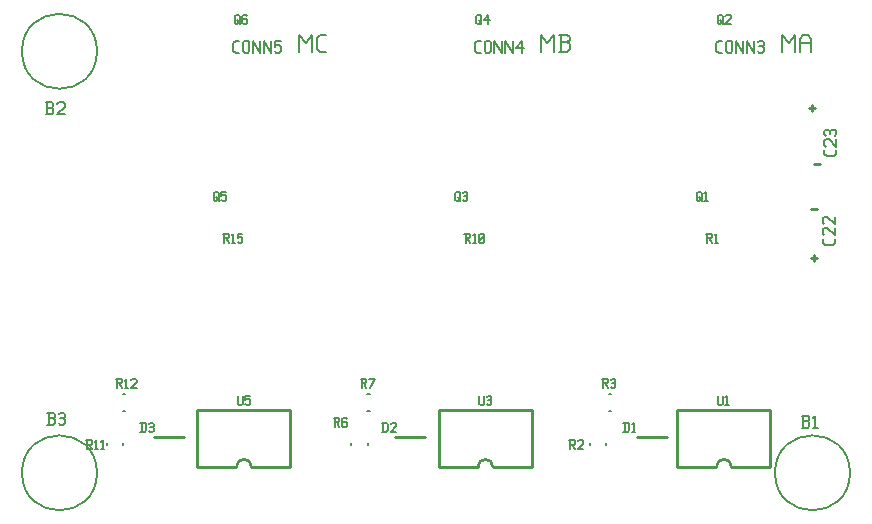
<source format=gbr>
G04 start of page 10 for group -4079 idx -4079 *
G04 Title: power, topsilk *
G04 Creator: pcb 20140316 *
G04 CreationDate: Tue 06 Jun 2017 06:55:07 AM GMT UTC *
G04 For: brian *
G04 Format: Gerber/RS-274X *
G04 PCB-Dimensions (mil): 6000.00 5000.00 *
G04 PCB-Coordinate-Origin: lower left *
%MOIN*%
%FSLAX25Y25*%
%LNTOPSILK*%
%ADD120C,0.0080*%
%ADD119C,0.0100*%
G54D119*X341000Y404000D02*X343000D01*
X342000Y405000D02*Y403000D01*
X341500Y354000D02*X343500D01*
X342500Y355000D02*Y353000D01*
Y385500D02*X344500D01*
X341500Y370500D02*X343500D01*
G54D120*X332000Y428580D02*Y422900D01*
Y428580D02*X334130Y425740D01*
X336260Y428580D01*
Y422900D01*
X337964Y427160D02*Y422900D01*
Y427160D02*X338958Y428580D01*
X340520D01*
X341514Y427160D01*
Y422900D01*
X337964Y425740D02*X341514D01*
X251500Y428580D02*Y422900D01*
Y428580D02*X253630Y425740D01*
X255760Y428580D01*
Y422900D01*
X257464D02*X260304D01*
X261014Y423610D01*
Y425314D02*Y423610D01*
X260304Y426024D02*X261014Y425314D01*
X258174Y426024D02*X260304D01*
X258174Y428580D02*Y422900D01*
X257464Y428580D02*X260304D01*
X261014Y427870D01*
Y426734D01*
X260304Y426024D02*X261014Y426734D01*
X171000Y428580D02*Y422900D01*
Y428580D02*X173130Y425740D01*
X175260Y428580D01*
Y422900D01*
X177958D02*X179804D01*
X176964Y423894D02*X177958Y422900D01*
X176964Y427586D02*Y423894D01*
Y427586D02*X177958Y428580D01*
X179804D01*
X274107Y303245D02*X274893D01*
X274107Y308755D02*X274893D01*
X267745Y292393D02*Y291607D01*
X273255Y292393D02*Y291607D01*
G54D119*X283500Y294600D02*X293500D01*
X328000Y303500D02*Y284500D01*
X297000Y303500D02*X328000D01*
X297000D02*Y284500D01*
X315000D02*X328000D01*
X297000D02*X310000D01*
X315000D02*G75*G03X310000Y284500I-2500J0D01*G01*
G54D120*X329500Y282500D02*G75*G03X329500Y282500I12500J0D01*G01*
G54D119*X248500Y303500D02*Y284500D01*
X217500Y303500D02*X248500D01*
X217500D02*Y284500D01*
X235500D02*X248500D01*
X217500D02*X230500D01*
X235500D02*G75*G03X230500Y284500I-2500J0D01*G01*
G54D120*X78500Y423000D02*G75*G03X78500Y423000I12500J0D01*G01*
X193607Y303245D02*X194393D01*
X193607Y308755D02*X194393D01*
G54D119*X203000Y294600D02*X213000D01*
G54D120*X188245Y292393D02*Y291607D01*
X193755Y292393D02*Y291607D01*
X112107Y303245D02*X112893D01*
X112107Y308755D02*X112893D01*
X106745Y292393D02*Y291607D01*
X112255Y292393D02*Y291607D01*
G54D119*X122500Y294600D02*X132500D01*
G54D120*X78500Y282500D02*G75*G03X78500Y282500I12500J0D01*G01*
G54D119*X168000Y303500D02*Y284500D01*
X137000Y303500D02*X168000D01*
X137000D02*Y284500D01*
X155000D02*X168000D01*
X137000D02*X150000D01*
X155000D02*G75*G03X150000Y284500I-2500J0D01*G01*
G54D120*X279385Y299230D02*Y296150D01*
X280386Y299230D02*X280925Y298691D01*
Y296689D01*
X280386Y296150D02*X280925Y296689D01*
X279000Y296150D02*X280386D01*
X279000Y299230D02*X280386D01*
X281849Y298614D02*X282465Y299230D01*
Y296150D01*
X281849D02*X283004D01*
X310500Y308230D02*Y305535D01*
X310885Y305150D01*
X311655D01*
X312040Y305535D01*
Y308230D02*Y305535D01*
X312964Y307614D02*X313580Y308230D01*
Y305150D01*
X312964D02*X314119D01*
X338500Y297500D02*X340500D01*
X341000Y298000D01*
Y299200D02*Y298000D01*
X340500Y299700D02*X341000Y299200D01*
X339000Y299700D02*X340500D01*
X339000Y301500D02*Y297500D01*
X338500Y301500D02*X340500D01*
X341000Y301000D01*
Y300200D01*
X340500Y299700D02*X341000Y300200D01*
X342200Y300700D02*X343000Y301500D01*
Y297500D01*
X342200D02*X343700D01*
X310500Y434845D02*Y432535D01*
Y434845D02*X310885Y435230D01*
X311655D01*
X312040Y434845D01*
Y432920D01*
X311270Y432150D02*X312040Y432920D01*
X310885Y432150D02*X311270D01*
X310500Y432535D02*X310885Y432150D01*
X311270Y433305D02*X312040Y432150D01*
X312964Y434845D02*X313349Y435230D01*
X314504D01*
X314889Y434845D01*
Y434075D01*
X312964Y432150D02*X314889Y434075D01*
X312964Y432150D02*X314889D01*
X303500Y375845D02*Y373535D01*
Y375845D02*X303885Y376230D01*
X304655D01*
X305040Y375845D01*
Y373920D01*
X304270Y373150D02*X305040Y373920D01*
X303885Y373150D02*X304270D01*
X303500Y373535D02*X303885Y373150D01*
X304270Y374305D02*X305040Y373150D01*
X305964Y375614D02*X306580Y376230D01*
Y373150D01*
X305964D02*X307119D01*
X310700Y422500D02*X312000D01*
X310000Y423200D02*X310700Y422500D01*
X310000Y425800D02*Y423200D01*
Y425800D02*X310700Y426500D01*
X312000D01*
X313200Y426000D02*Y423000D01*
Y426000D02*X313700Y426500D01*
X314700D01*
X315200Y426000D01*
Y423000D01*
X314700Y422500D02*X315200Y423000D01*
X313700Y422500D02*X314700D01*
X313200Y423000D02*X313700Y422500D01*
X316400Y426500D02*Y422500D01*
Y426500D02*X318900Y422500D01*
Y426500D02*Y422500D01*
X320100Y426500D02*Y422500D01*
Y426500D02*X322600Y422500D01*
Y426500D02*Y422500D01*
X323800Y426000D02*X324300Y426500D01*
X325300D01*
X325800Y426000D01*
X325300Y422500D02*X325800Y423000D01*
X324300Y422500D02*X325300D01*
X323800Y423000D02*X324300Y422500D01*
Y424700D02*X325300D01*
X325800Y426000D02*Y425200D01*
Y424200D02*Y423000D01*
Y424200D02*X325300Y424700D01*
X325800Y425200D02*X325300Y424700D01*
X350000Y390000D02*Y388700D01*
X349300Y388000D02*X350000Y388700D01*
X346700Y388000D02*X349300D01*
X346700D02*X346000Y388700D01*
Y390000D02*Y388700D01*
X346500Y391200D02*X346000Y391700D01*
Y393200D02*Y391700D01*
Y393200D02*X346500Y393700D01*
X347500D01*
X350000Y391200D02*X347500Y393700D01*
X350000D02*Y391200D01*
X346500Y394900D02*X346000Y395400D01*
Y396400D02*Y395400D01*
Y396400D02*X346500Y396900D01*
X350000Y396400D02*X349500Y396900D01*
X350000Y396400D02*Y395400D01*
X349500Y394900D02*X350000Y395400D01*
X347800Y396400D02*Y395400D01*
X346500Y396900D02*X347300D01*
X348300D02*X349500D01*
X348300D02*X347800Y396400D01*
X347300Y396900D02*X347800Y396400D01*
X306500Y362230D02*X308040D01*
X308425Y361845D01*
Y361075D01*
X308040Y360690D02*X308425Y361075D01*
X306885Y360690D02*X308040D01*
X306885Y362230D02*Y359150D01*
X307501Y360690D02*X308425Y359150D01*
X309349Y361614D02*X309965Y362230D01*
Y359150D01*
X309349D02*X310504D01*
X145500Y362230D02*X147040D01*
X147425Y361845D01*
Y361075D01*
X147040Y360690D02*X147425Y361075D01*
X145885Y360690D02*X147040D01*
X145885Y362230D02*Y359150D01*
X146501Y360690D02*X147425Y359150D01*
X148349Y361614D02*X148965Y362230D01*
Y359150D01*
X148349D02*X149504D01*
X150428Y362230D02*X151968D01*
X150428D02*Y360690D01*
X150813Y361075D01*
X151583D01*
X151968Y360690D01*
Y359535D01*
X151583Y359150D02*X151968Y359535D01*
X150813Y359150D02*X151583D01*
X150428Y359535D02*X150813Y359150D01*
X349500Y360500D02*Y359200D01*
X348800Y358500D02*X349500Y359200D01*
X346200Y358500D02*X348800D01*
X346200D02*X345500Y359200D01*
Y360500D02*Y359200D01*
X346000Y361700D02*X345500Y362200D01*
Y363700D02*Y362200D01*
Y363700D02*X346000Y364200D01*
X347000D01*
X349500Y361700D02*X347000Y364200D01*
X349500D02*Y361700D01*
X346000Y365400D02*X345500Y365900D01*
Y367400D02*Y365900D01*
Y367400D02*X346000Y367900D01*
X347000D01*
X349500Y365400D02*X347000Y367900D01*
X349500D02*Y365400D01*
X142500Y375845D02*Y373535D01*
Y375845D02*X142885Y376230D01*
X143655D01*
X144040Y375845D01*
Y373920D01*
X143270Y373150D02*X144040Y373920D01*
X142885Y373150D02*X143270D01*
X142500Y373535D02*X142885Y373150D01*
X143270Y374305D02*X144040Y373150D01*
X144964Y376230D02*X146504D01*
X144964D02*Y374690D01*
X145349Y375075D01*
X146119D01*
X146504Y374690D01*
Y373535D01*
X146119Y373150D02*X146504Y373535D01*
X145349Y373150D02*X146119D01*
X144964Y373535D02*X145349Y373150D01*
X230000Y434845D02*Y432535D01*
Y434845D02*X230385Y435230D01*
X231155D01*
X231540Y434845D01*
Y432920D01*
X230770Y432150D02*X231540Y432920D01*
X230385Y432150D02*X230770D01*
X230000Y432535D02*X230385Y432150D01*
X230770Y433305D02*X231540Y432150D01*
X232464Y433305D02*X234004Y435230D01*
X232464Y433305D02*X234389D01*
X234004Y435230D02*Y432150D01*
X230200Y422500D02*X231500D01*
X229500Y423200D02*X230200Y422500D01*
X229500Y425800D02*Y423200D01*
Y425800D02*X230200Y426500D01*
X231500D01*
X232700Y426000D02*Y423000D01*
Y426000D02*X233200Y426500D01*
X234200D01*
X234700Y426000D01*
Y423000D01*
X234200Y422500D02*X234700Y423000D01*
X233200Y422500D02*X234200D01*
X232700Y423000D02*X233200Y422500D01*
X235900Y426500D02*Y422500D01*
Y426500D02*X238400Y422500D01*
Y426500D02*Y422500D01*
X239600Y426500D02*Y422500D01*
Y426500D02*X242100Y422500D01*
Y426500D02*Y422500D01*
X243300Y424000D02*X245300Y426500D01*
X243300Y424000D02*X245800D01*
X245300Y426500D02*Y422500D01*
X149500Y434845D02*Y432535D01*
Y434845D02*X149885Y435230D01*
X150655D01*
X151040Y434845D01*
Y432920D01*
X150270Y432150D02*X151040Y432920D01*
X149885Y432150D02*X150270D01*
X149500Y432535D02*X149885Y432150D01*
X150270Y433305D02*X151040Y432150D01*
X153119Y435230D02*X153504Y434845D01*
X152349Y435230D02*X153119D01*
X151964Y434845D02*X152349Y435230D01*
X151964Y434845D02*Y432535D01*
X152349Y432150D01*
X153119Y433844D02*X153504Y433459D01*
X151964Y433844D02*X153119D01*
X152349Y432150D02*X153119D01*
X153504Y432535D01*
Y433459D02*Y432535D01*
X149700Y422500D02*X151000D01*
X149000Y423200D02*X149700Y422500D01*
X149000Y425800D02*Y423200D01*
Y425800D02*X149700Y426500D01*
X151000D01*
X152200Y426000D02*Y423000D01*
Y426000D02*X152700Y426500D01*
X153700D01*
X154200Y426000D01*
Y423000D01*
X153700Y422500D02*X154200Y423000D01*
X152700Y422500D02*X153700D01*
X152200Y423000D02*X152700Y422500D01*
X155400Y426500D02*Y422500D01*
Y426500D02*X157900Y422500D01*
Y426500D02*Y422500D01*
X159100Y426500D02*Y422500D01*
Y426500D02*X161600Y422500D01*
Y426500D02*Y422500D01*
X162800Y426500D02*X164800D01*
X162800D02*Y424500D01*
X163300Y425000D01*
X164300D01*
X164800Y424500D01*
Y423000D01*
X164300Y422500D02*X164800Y423000D01*
X163300Y422500D02*X164300D01*
X162800Y423000D02*X163300Y422500D01*
X86500Y402000D02*X88500D01*
X89000Y402500D01*
Y403700D02*Y402500D01*
X88500Y404200D02*X89000Y403700D01*
X87000Y404200D02*X88500D01*
X87000Y406000D02*Y402000D01*
X86500Y406000D02*X88500D01*
X89000Y405500D01*
Y404700D01*
X88500Y404200D02*X89000Y404700D01*
X90200Y405500D02*X90700Y406000D01*
X92200D01*
X92700Y405500D01*
Y404500D01*
X90200Y402000D02*X92700Y404500D01*
X90200Y402000D02*X92700D01*
X223000Y375845D02*Y373535D01*
Y375845D02*X223385Y376230D01*
X224155D01*
X224540Y375845D01*
Y373920D01*
X223770Y373150D02*X224540Y373920D01*
X223385Y373150D02*X223770D01*
X223000Y373535D02*X223385Y373150D01*
X223770Y374305D02*X224540Y373150D01*
X225464Y375845D02*X225849Y376230D01*
X226619D01*
X227004Y375845D01*
X226619Y373150D02*X227004Y373535D01*
X225849Y373150D02*X226619D01*
X225464Y373535D02*X225849Y373150D01*
Y374844D02*X226619D01*
X227004Y375845D02*Y375229D01*
Y374459D02*Y373535D01*
Y374459D02*X226619Y374844D01*
X227004Y375229D02*X226619Y374844D01*
X226000Y362230D02*X227540D01*
X227925Y361845D01*
Y361075D01*
X227540Y360690D02*X227925Y361075D01*
X226385Y360690D02*X227540D01*
X226385Y362230D02*Y359150D01*
X227001Y360690D02*X227925Y359150D01*
X228849Y361614D02*X229465Y362230D01*
Y359150D01*
X228849D02*X230004D01*
X230928Y359535D02*X231313Y359150D01*
X230928Y361845D02*Y359535D01*
Y361845D02*X231313Y362230D01*
X232083D01*
X232468Y361845D01*
Y359535D01*
X232083Y359150D02*X232468Y359535D01*
X231313Y359150D02*X232083D01*
X230928Y359920D02*X232468Y361460D01*
X191350Y313880D02*X192890D01*
X193275Y313495D01*
Y312725D01*
X192890Y312340D02*X193275Y312725D01*
X191735Y312340D02*X192890D01*
X191735Y313880D02*Y310800D01*
X192351Y312340D02*X193275Y310800D01*
X194584D02*X196124Y313880D01*
X194199D02*X196124D01*
X198885Y299230D02*Y296150D01*
X199886Y299230D02*X200425Y298691D01*
Y296689D01*
X199886Y296150D02*X200425Y296689D01*
X198500Y296150D02*X199886D01*
X198500Y299230D02*X199886D01*
X201349Y298845D02*X201734Y299230D01*
X202889D01*
X203274Y298845D01*
Y298075D01*
X201349Y296150D02*X203274Y298075D01*
X201349Y296150D02*X203274D01*
X182350Y300880D02*X183890D01*
X184275Y300495D01*
Y299725D01*
X183890Y299340D02*X184275Y299725D01*
X182735Y299340D02*X183890D01*
X182735Y300880D02*Y297800D01*
X183351Y299340D02*X184275Y297800D01*
X186354Y300880D02*X186739Y300495D01*
X185584Y300880D02*X186354D01*
X185199Y300495D02*X185584Y300880D01*
X185199Y300495D02*Y298185D01*
X185584Y297800D01*
X186354Y299494D02*X186739Y299109D01*
X185199Y299494D02*X186354D01*
X185584Y297800D02*X186354D01*
X186739Y298185D01*
Y299109D02*Y298185D01*
X150500Y308230D02*Y305535D01*
X150885Y305150D01*
X151655D01*
X152040Y305535D01*
Y308230D02*Y305535D01*
X152964Y308230D02*X154504D01*
X152964D02*Y306690D01*
X153349Y307075D01*
X154119D01*
X154504Y306690D01*
Y305535D01*
X154119Y305150D02*X154504Y305535D01*
X153349Y305150D02*X154119D01*
X152964Y305535D02*X153349Y305150D01*
X109850Y313880D02*X111390D01*
X111775Y313495D01*
Y312725D01*
X111390Y312340D02*X111775Y312725D01*
X110235Y312340D02*X111390D01*
X110235Y313880D02*Y310800D01*
X110851Y312340D02*X111775Y310800D01*
X112699Y313264D02*X113315Y313880D01*
Y310800D01*
X112699D02*X113854D01*
X114778Y313495D02*X115163Y313880D01*
X116318D01*
X116703Y313495D01*
Y312725D01*
X114778Y310800D02*X116703Y312725D01*
X114778Y310800D02*X116703D01*
X99850Y293380D02*X101390D01*
X101775Y292995D01*
Y292225D01*
X101390Y291840D02*X101775Y292225D01*
X100235Y291840D02*X101390D01*
X100235Y293380D02*Y290300D01*
X100851Y291840D02*X101775Y290300D01*
X102699Y292764D02*X103315Y293380D01*
Y290300D01*
X102699D02*X103854D01*
X104778Y292764D02*X105394Y293380D01*
Y290300D01*
X104778D02*X105933D01*
X118385Y299230D02*Y296150D01*
X119386Y299230D02*X119925Y298691D01*
Y296689D01*
X119386Y296150D02*X119925Y296689D01*
X118000Y296150D02*X119386D01*
X118000Y299230D02*X119386D01*
X120849Y298845D02*X121234Y299230D01*
X122004D01*
X122389Y298845D01*
X122004Y296150D02*X122389Y296535D01*
X121234Y296150D02*X122004D01*
X120849Y296535D02*X121234Y296150D01*
Y297844D02*X122004D01*
X122389Y298845D02*Y298229D01*
Y297459D02*Y296535D01*
Y297459D02*X122004Y297844D01*
X122389Y298229D02*X122004Y297844D01*
X87000Y298500D02*X89000D01*
X89500Y299000D01*
Y300200D02*Y299000D01*
X89000Y300700D02*X89500Y300200D01*
X87500Y300700D02*X89000D01*
X87500Y302500D02*Y298500D01*
X87000Y302500D02*X89000D01*
X89500Y302000D01*
Y301200D01*
X89000Y300700D02*X89500Y301200D01*
X90700Y302000D02*X91200Y302500D01*
X92200D01*
X92700Y302000D01*
X92200Y298500D02*X92700Y299000D01*
X91200Y298500D02*X92200D01*
X90700Y299000D02*X91200Y298500D01*
Y300700D02*X92200D01*
X92700Y302000D02*Y301200D01*
Y300200D02*Y299000D01*
Y300200D02*X92200Y300700D01*
X92700Y301200D02*X92200Y300700D01*
X231000Y308230D02*Y305535D01*
X231385Y305150D01*
X232155D01*
X232540Y305535D01*
Y308230D02*Y305535D01*
X233464Y307845D02*X233849Y308230D01*
X234619D01*
X235004Y307845D01*
X234619Y305150D02*X235004Y305535D01*
X233849Y305150D02*X234619D01*
X233464Y305535D02*X233849Y305150D01*
Y306844D02*X234619D01*
X235004Y307845D02*Y307229D01*
Y306459D02*Y305535D01*
Y306459D02*X234619Y306844D01*
X235004Y307229D02*X234619Y306844D01*
X271850Y313880D02*X273390D01*
X273775Y313495D01*
Y312725D01*
X273390Y312340D02*X273775Y312725D01*
X272235Y312340D02*X273390D01*
X272235Y313880D02*Y310800D01*
X272851Y312340D02*X273775Y310800D01*
X274699Y313495D02*X275084Y313880D01*
X275854D01*
X276239Y313495D01*
X275854Y310800D02*X276239Y311185D01*
X275084Y310800D02*X275854D01*
X274699Y311185D02*X275084Y310800D01*
Y312494D02*X275854D01*
X276239Y313495D02*Y312879D01*
Y312109D02*Y311185D01*
Y312109D02*X275854Y312494D01*
X276239Y312879D02*X275854Y312494D01*
X260850Y293380D02*X262390D01*
X262775Y292995D01*
Y292225D01*
X262390Y291840D02*X262775Y292225D01*
X261235Y291840D02*X262390D01*
X261235Y293380D02*Y290300D01*
X261851Y291840D02*X262775Y290300D01*
X263699Y292995D02*X264084Y293380D01*
X265239D01*
X265624Y292995D01*
Y292225D01*
X263699Y290300D02*X265624Y292225D01*
X263699Y290300D02*X265624D01*
M02*

</source>
